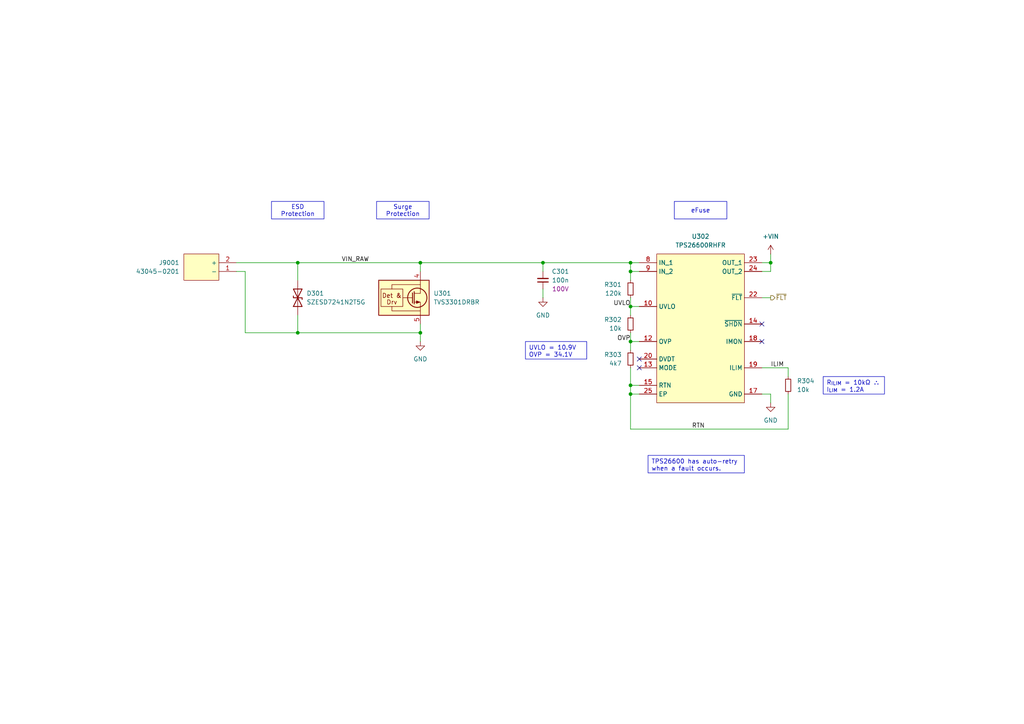
<source format=kicad_sch>
(kicad_sch
	(version 20250114)
	(generator "eeschema")
	(generator_version "9.0")
	(uuid "3b4596c9-f64a-459f-9ce4-736dc9097073")
	(paper "A4")
	(lib_symbols
		(symbol "DEV:C_SMALL"
			(pin_numbers
				(hide yes)
			)
			(pin_names
				(offset 0.254)
				(hide yes)
			)
			(exclude_from_sim no)
			(in_bom yes)
			(on_board yes)
			(property "Reference" "C"
				(at 0.254 1.778 0)
				(effects
					(font
						(size 1.27 1.27)
					)
					(justify left)
				)
			)
			(property "Value" "SMALL"
				(at 0.254 -2.032 0)
				(effects
					(font
						(size 1.27 1.27)
					)
					(justify left)
				)
			)
			(property "Footprint" ""
				(at 0 0 0)
				(effects
					(font
						(size 1.27 1.27)
					)
					(hide yes)
				)
			)
			(property "Datasheet" "~"
				(at 0 0 0)
				(effects
					(font
						(size 1.27 1.27)
					)
					(hide yes)
				)
			)
			(property "Description" "Unpolarized capacitor, small symbol"
				(at 0 0 0)
				(effects
					(font
						(size 1.27 1.27)
					)
					(hide yes)
				)
			)
			(property "ki_keywords" "capacitor cap"
				(at 0 0 0)
				(effects
					(font
						(size 1.27 1.27)
					)
					(hide yes)
				)
			)
			(property "ki_fp_filters" "C_*"
				(at 0 0 0)
				(effects
					(font
						(size 1.27 1.27)
					)
					(hide yes)
				)
			)
			(symbol "C_SMALL_0_1"
				(polyline
					(pts
						(xy -1.524 0.508) (xy 1.524 0.508)
					)
					(stroke
						(width 0.3048)
						(type default)
					)
					(fill
						(type none)
					)
				)
				(polyline
					(pts
						(xy -1.524 -0.508) (xy 1.524 -0.508)
					)
					(stroke
						(width 0.3302)
						(type default)
					)
					(fill
						(type none)
					)
				)
			)
			(symbol "C_SMALL_1_1"
				(pin passive line
					(at 0 2.54 270)
					(length 2.032)
					(name "~"
						(effects
							(font
								(size 1.27 1.27)
							)
						)
					)
					(number "1"
						(effects
							(font
								(size 1.27 1.27)
							)
						)
					)
				)
				(pin passive line
					(at 0 -2.54 90)
					(length 2.032)
					(name "~"
						(effects
							(font
								(size 1.27 1.27)
							)
						)
					)
					(number "2"
						(effects
							(font
								(size 1.27 1.27)
							)
						)
					)
				)
			)
			(embedded_fonts no)
		)
		(symbol "Device:R_Small"
			(pin_numbers
				(hide yes)
			)
			(pin_names
				(offset 0.254)
				(hide yes)
			)
			(exclude_from_sim no)
			(in_bom yes)
			(on_board yes)
			(property "Reference" "R"
				(at 0 0 90)
				(effects
					(font
						(size 1.016 1.016)
					)
				)
			)
			(property "Value" "R_Small"
				(at 1.778 0 90)
				(effects
					(font
						(size 1.27 1.27)
					)
				)
			)
			(property "Footprint" ""
				(at 0 0 0)
				(effects
					(font
						(size 1.27 1.27)
					)
					(hide yes)
				)
			)
			(property "Datasheet" "~"
				(at 0 0 0)
				(effects
					(font
						(size 1.27 1.27)
					)
					(hide yes)
				)
			)
			(property "Description" "Resistor, small symbol"
				(at 0 0 0)
				(effects
					(font
						(size 1.27 1.27)
					)
					(hide yes)
				)
			)
			(property "ki_keywords" "R resistor"
				(at 0 0 0)
				(effects
					(font
						(size 1.27 1.27)
					)
					(hide yes)
				)
			)
			(property "ki_fp_filters" "R_*"
				(at 0 0 0)
				(effects
					(font
						(size 1.27 1.27)
					)
					(hide yes)
				)
			)
			(symbol "R_Small_0_1"
				(rectangle
					(start -0.762 1.778)
					(end 0.762 -1.778)
					(stroke
						(width 0.2032)
						(type default)
					)
					(fill
						(type none)
					)
				)
			)
			(symbol "R_Small_1_1"
				(pin passive line
					(at 0 2.54 270)
					(length 0.762)
					(name "~"
						(effects
							(font
								(size 1.27 1.27)
							)
						)
					)
					(number "1"
						(effects
							(font
								(size 1.27 1.27)
							)
						)
					)
				)
				(pin passive line
					(at 0 -2.54 90)
					(length 0.762)
					(name "~"
						(effects
							(font
								(size 1.27 1.27)
							)
						)
					)
					(number "2"
						(effects
							(font
								(size 1.27 1.27)
							)
						)
					)
				)
			)
			(embedded_fonts no)
		)
		(symbol "MOLEX-Microfit:43045-0201"
			(exclude_from_sim no)
			(in_bom yes)
			(on_board yes)
			(property "Reference" "J"
				(at 0 5.08 0)
				(effects
					(font
						(size 1.27 1.27)
					)
				)
			)
			(property "Value" "43045-0201"
				(at 0 2.54 0)
				(effects
					(font
						(size 1.27 1.27)
					)
				)
			)
			(property "Footprint" "project_footprints:43045-02YY"
				(at -12.7 -12.7 0)
				(effects
					(font
						(size 1.27 1.27)
					)
					(justify left top)
					(hide yes)
				)
			)
			(property "Datasheet" "https://www.molex.com/pdm_docs/sd/430450200_sd.pdf"
				(at -27.94 -15.24 0)
				(effects
					(font
						(size 1.27 1.27)
					)
					(justify left top)
					(hide yes)
				)
			)
			(property "Description" "Micro-Fit 3.0 Right-Angle Header, 3.00mm Pitch, Dual Row, 2 Circuits, with Snap-in Plastic Peg PCB Lock"
				(at 0 -10.16 0)
				(effects
					(font
						(size 1.27 1.27)
					)
					(hide yes)
				)
			)
			(property "Height" "9.9"
				(at -2.54 -17.78 0)
				(effects
					(font
						(size 1.27 1.27)
					)
					(justify left top)
					(hide yes)
				)
			)
			(property "Mouser Part Number" "538-43045-0201"
				(at -7.62 -20.32 0)
				(effects
					(font
						(size 1.27 1.27)
					)
					(justify left top)
					(hide yes)
				)
			)
			(property "Mouser Price/Stock" "https://www.mouser.co.uk/ProductDetail/Molex/43045-0201?qs=R7%2FZKp6KZ2Y51sj1nic43g%3D%3D"
				(at -48.26 -22.86 0)
				(effects
					(font
						(size 1.27 1.27)
					)
					(justify left top)
					(hide yes)
				)
			)
			(property "Manufacturer_Name" "Molex"
				(at -2.54 -25.4 0)
				(effects
					(font
						(size 1.27 1.27)
					)
					(justify left top)
					(hide yes)
				)
			)
			(property "Manufacturer_Part_Number" "43045-0201"
				(at -5.08 -27.94 0)
				(effects
					(font
						(size 1.27 1.27)
					)
					(justify left top)
					(hide yes)
				)
			)
			(symbol "43045-0201_1_1"
				(rectangle
					(start -5.08 0)
					(end 5.08 -7.62)
					(stroke
						(width 0)
						(type solid)
					)
					(fill
						(type background)
					)
				)
				(pin passive line
					(at -10.16 -2.54 0)
					(length 5.08)
					(name "+"
						(effects
							(font
								(size 1.27 1.27)
							)
						)
					)
					(number "2"
						(effects
							(font
								(size 1.27 1.27)
							)
						)
					)
				)
				(pin passive line
					(at -10.16 -5.08 0)
					(length 5.08)
					(name "-"
						(effects
							(font
								(size 1.27 1.27)
							)
						)
					)
					(number "1"
						(effects
							(font
								(size 1.27 1.27)
							)
						)
					)
				)
			)
			(embedded_fonts no)
		)
		(symbol "PWR-SWCH:TPS26600RHFR"
			(exclude_from_sim no)
			(in_bom yes)
			(on_board yes)
			(property "Reference" "U"
				(at 0 5.08 0)
				(effects
					(font
						(size 1.27 1.27)
					)
				)
			)
			(property "Value" "TPS26600RHFR"
				(at 0 2.54 0)
				(effects
					(font
						(size 1.27 1.27)
					)
				)
			)
			(property "Footprint" "project_footprints:QFN50P400X500X100-25N-D"
				(at 26.67 -84.76 0)
				(effects
					(font
						(size 1.27 1.27)
					)
					(justify left top)
					(hide yes)
				)
			)
			(property "Datasheet" "http://www.ti.com/lit/gpn/tps2660"
				(at 26.67 -184.76 0)
				(effects
					(font
						(size 1.27 1.27)
					)
					(justify left top)
					(hide yes)
				)
			)
			(property "Description" "60V 2A Industrial eFuse With Integrated Reverse-Input Polarity Protection, Auto-retry"
				(at 0 -45.72 0)
				(effects
					(font
						(size 1.27 1.27)
					)
					(hide yes)
				)
			)
			(property "Height" "1"
				(at 26.67 -384.76 0)
				(effects
					(font
						(size 1.27 1.27)
					)
					(justify left top)
					(hide yes)
				)
			)
			(property "Mouser Part Number" "595-TPS26601RHFR"
				(at 26.67 -484.76 0)
				(effects
					(font
						(size 1.27 1.27)
					)
					(justify left top)
					(hide yes)
				)
			)
			(property "Mouser Price/Stock" "https://www.mouser.co.uk/ProductDetail/Texas-Instruments/TPS26601RHFR?qs=6BVwEky2YVyoesJQjfL0Lw%3D%3D"
				(at 26.67 -584.76 0)
				(effects
					(font
						(size 1.27 1.27)
					)
					(justify left top)
					(hide yes)
				)
			)
			(property "Manufacturer_Name" "Texas Instruments"
				(at 26.67 -684.76 0)
				(effects
					(font
						(size 1.27 1.27)
					)
					(justify left top)
					(hide yes)
				)
			)
			(property "Manufacturer_Part_Number" "TPS26601RHFR"
				(at 26.67 -784.76 0)
				(effects
					(font
						(size 1.27 1.27)
					)
					(justify left top)
					(hide yes)
				)
			)
			(symbol "TPS26600RHFR_1_1"
				(rectangle
					(start -12.7 0)
					(end 12.7 -43.18)
					(stroke
						(width 0)
						(type solid)
					)
					(fill
						(type background)
					)
				)
				(pin power_in line
					(at -17.78 -2.54 0)
					(length 5.08)
					(name "IN_1"
						(effects
							(font
								(size 1.27 1.27)
							)
						)
					)
					(number "8"
						(effects
							(font
								(size 1.27 1.27)
							)
						)
					)
				)
				(pin power_in line
					(at -17.78 -5.08 0)
					(length 5.08)
					(name "IN_2"
						(effects
							(font
								(size 1.27 1.27)
							)
						)
					)
					(number "9"
						(effects
							(font
								(size 1.27 1.27)
							)
						)
					)
				)
				(pin no_connect line
					(at -17.78 -7.62 0)
					(length 5.08)
					(hide yes)
					(name "NC"
						(effects
							(font
								(size 1.27 1.27)
							)
						)
					)
					(number "1"
						(effects
							(font
								(size 1.27 1.27)
							)
						)
					)
				)
				(pin no_connect line
					(at -17.78 -10.16 0)
					(length 5.08)
					(hide yes)
					(name "NC"
						(effects
							(font
								(size 1.27 1.27)
							)
						)
					)
					(number "2"
						(effects
							(font
								(size 1.27 1.27)
							)
						)
					)
				)
				(pin no_connect line
					(at -17.78 -12.7 0)
					(length 5.08)
					(hide yes)
					(name "NC"
						(effects
							(font
								(size 1.27 1.27)
							)
						)
					)
					(number "3"
						(effects
							(font
								(size 1.27 1.27)
							)
						)
					)
				)
				(pin input line
					(at -17.78 -15.24 0)
					(length 5.08)
					(name "UVLO"
						(effects
							(font
								(size 1.27 1.27)
							)
						)
					)
					(number "10"
						(effects
							(font
								(size 1.27 1.27)
							)
						)
					)
				)
				(pin no_connect line
					(at -17.78 -17.78 0)
					(length 5.08)
					(hide yes)
					(name "NC"
						(effects
							(font
								(size 1.27 1.27)
							)
						)
					)
					(number "4"
						(effects
							(font
								(size 1.27 1.27)
							)
						)
					)
				)
				(pin no_connect line
					(at -17.78 -20.32 0)
					(length 5.08)
					(hide yes)
					(name "NC"
						(effects
							(font
								(size 1.27 1.27)
							)
						)
					)
					(number "5"
						(effects
							(font
								(size 1.27 1.27)
							)
						)
					)
				)
				(pin no_connect line
					(at -17.78 -22.86 0)
					(length 5.08)
					(hide yes)
					(name "NC"
						(effects
							(font
								(size 1.27 1.27)
							)
						)
					)
					(number "6"
						(effects
							(font
								(size 1.27 1.27)
							)
						)
					)
				)
				(pin input line
					(at -17.78 -25.4 0)
					(length 5.08)
					(name "OVP"
						(effects
							(font
								(size 1.27 1.27)
							)
						)
					)
					(number "12"
						(effects
							(font
								(size 1.27 1.27)
							)
						)
					)
				)
				(pin no_connect line
					(at -17.78 -27.94 0)
					(length 5.08)
					(hide yes)
					(name "NC"
						(effects
							(font
								(size 1.27 1.27)
							)
						)
					)
					(number "7"
						(effects
							(font
								(size 1.27 1.27)
							)
						)
					)
				)
				(pin bidirectional line
					(at -17.78 -30.48 0)
					(length 5.08)
					(name "DVDT"
						(effects
							(font
								(size 1.27 1.27)
							)
						)
					)
					(number "20"
						(effects
							(font
								(size 1.27 1.27)
							)
						)
					)
				)
				(pin input line
					(at -17.78 -33.02 0)
					(length 5.08)
					(name "MODE"
						(effects
							(font
								(size 1.27 1.27)
							)
						)
					)
					(number "13"
						(effects
							(font
								(size 1.27 1.27)
							)
						)
					)
				)
				(pin no_connect line
					(at -17.78 -35.56 0)
					(length 5.08)
					(hide yes)
					(name "NC"
						(effects
							(font
								(size 1.27 1.27)
							)
						)
					)
					(number "11"
						(effects
							(font
								(size 1.27 1.27)
							)
						)
					)
				)
				(pin passive line
					(at -17.78 -38.1 0)
					(length 5.08)
					(name "RTN"
						(effects
							(font
								(size 1.27 1.27)
							)
						)
					)
					(number "15"
						(effects
							(font
								(size 1.27 1.27)
							)
						)
					)
				)
				(pin passive line
					(at -17.78 -40.64 0)
					(length 5.08)
					(name "EP"
						(effects
							(font
								(size 1.27 1.27)
							)
						)
					)
					(number "25"
						(effects
							(font
								(size 1.27 1.27)
							)
						)
					)
				)
				(pin power_out line
					(at 17.78 -2.54 180)
					(length 5.08)
					(name "OUT_1"
						(effects
							(font
								(size 1.27 1.27)
							)
						)
					)
					(number "23"
						(effects
							(font
								(size 1.27 1.27)
							)
						)
					)
				)
				(pin passive line
					(at 17.78 -5.08 180)
					(length 5.08)
					(name "OUT_2"
						(effects
							(font
								(size 1.27 1.27)
							)
						)
					)
					(number "24"
						(effects
							(font
								(size 1.27 1.27)
							)
						)
					)
				)
				(pin no_connect line
					(at 17.78 -10.16 180)
					(length 5.08)
					(hide yes)
					(name "NC"
						(effects
							(font
								(size 1.27 1.27)
							)
						)
					)
					(number "21"
						(effects
							(font
								(size 1.27 1.27)
							)
						)
					)
				)
				(pin output line
					(at 17.78 -12.7 180)
					(length 5.08)
					(name "~{FLT}"
						(effects
							(font
								(size 1.27 1.27)
							)
						)
					)
					(number "22"
						(effects
							(font
								(size 1.27 1.27)
							)
						)
					)
				)
				(pin input line
					(at 17.78 -20.32 180)
					(length 5.08)
					(name "~{SHDN}"
						(effects
							(font
								(size 1.27 1.27)
							)
						)
					)
					(number "14"
						(effects
							(font
								(size 1.27 1.27)
							)
						)
					)
				)
				(pin output line
					(at 17.78 -25.4 180)
					(length 5.08)
					(name "IMON"
						(effects
							(font
								(size 1.27 1.27)
							)
						)
					)
					(number "18"
						(effects
							(font
								(size 1.27 1.27)
							)
						)
					)
				)
				(pin bidirectional line
					(at 17.78 -33.02 180)
					(length 5.08)
					(name "ILIM"
						(effects
							(font
								(size 1.27 1.27)
							)
						)
					)
					(number "19"
						(effects
							(font
								(size 1.27 1.27)
							)
						)
					)
				)
				(pin no_connect line
					(at 17.78 -38.1 180)
					(length 5.08)
					(hide yes)
					(name "NC"
						(effects
							(font
								(size 1.27 1.27)
							)
						)
					)
					(number "16"
						(effects
							(font
								(size 1.27 1.27)
							)
						)
					)
				)
				(pin passive line
					(at 17.78 -40.64 180)
					(length 5.08)
					(name "GND"
						(effects
							(font
								(size 1.27 1.27)
							)
						)
					)
					(number "17"
						(effects
							(font
								(size 1.27 1.27)
							)
						)
					)
				)
			)
			(embedded_fonts no)
		)
		(symbol "PWR-SYM:+VIN"
			(power)
			(pin_numbers
				(hide yes)
			)
			(pin_names
				(offset 0)
				(hide yes)
			)
			(exclude_from_sim no)
			(in_bom yes)
			(on_board yes)
			(property "Reference" "#PWR"
				(at 0 -3.81 0)
				(effects
					(font
						(size 1.27 1.27)
					)
					(hide yes)
				)
			)
			(property "Value" "+VIN"
				(at 0 3.556 0)
				(effects
					(font
						(size 1.27 1.27)
					)
				)
			)
			(property "Footprint" ""
				(at 0 0 0)
				(effects
					(font
						(size 1.27 1.27)
					)
					(hide yes)
				)
			)
			(property "Datasheet" ""
				(at 0 0 0)
				(effects
					(font
						(size 1.27 1.27)
					)
					(hide yes)
				)
			)
			(property "Description" "Power symbol creates a global label with name \"+VIN\""
				(at 0 0 0)
				(effects
					(font
						(size 1.27 1.27)
					)
					(hide yes)
				)
			)
			(property "ki_keywords" "global power"
				(at 0 0 0)
				(effects
					(font
						(size 1.27 1.27)
					)
					(hide yes)
				)
			)
			(symbol "+VIN_0_1"
				(polyline
					(pts
						(xy -0.762 1.27) (xy 0 2.54)
					)
					(stroke
						(width 0)
						(type default)
					)
					(fill
						(type none)
					)
				)
				(polyline
					(pts
						(xy 0 2.54) (xy 0.762 1.27)
					)
					(stroke
						(width 0)
						(type default)
					)
					(fill
						(type none)
					)
				)
				(polyline
					(pts
						(xy 0 0) (xy 0 2.54)
					)
					(stroke
						(width 0)
						(type default)
					)
					(fill
						(type none)
					)
				)
			)
			(symbol "+VIN_1_1"
				(pin power_in line
					(at 0 0 90)
					(length 0)
					(name "~"
						(effects
							(font
								(size 1.27 1.27)
							)
						)
					)
					(number "1"
						(effects
							(font
								(size 1.27 1.27)
							)
						)
					)
				)
			)
			(embedded_fonts no)
		)
		(symbol "SURGE:TVS3301DRBR"
			(pin_names
				(hide yes)
			)
			(exclude_from_sim no)
			(in_bom yes)
			(on_board yes)
			(property "Reference" "U"
				(at 17.78 -2.54 0)
				(effects
					(font
						(size 1.27 1.27)
					)
				)
			)
			(property "Value" "TVS3301DRBR"
				(at 17.78 -5.08 0)
				(effects
					(font
						(size 1.27 1.27)
					)
				)
			)
			(property "Footprint" "project_footprints:SON65P300X300X100-9N-D"
				(at 26.67 -94.92 0)
				(effects
					(font
						(size 1.27 1.27)
					)
					(justify left top)
					(hide yes)
				)
			)
			(property "Datasheet" "https://www.ti.com/lit/ds/symlink/tvs3301.pdf"
				(at 26.67 -194.92 0)
				(effects
					(font
						(size 1.27 1.27)
					)
					(justify left top)
					(hide yes)
				)
			)
			(property "Description" "ESD Suppressors / TVS Diodes BIDIRECTIONAL PRECISION SURGE DIODES"
				(at 0 -40.64 0)
				(effects
					(font
						(size 1.27 1.27)
					)
					(hide yes)
				)
			)
			(symbol "TVS3301DRBR_0_0"
				(rectangle
					(start -6.35 -2.54)
					(end 0 -7.62)
					(stroke
						(width 0)
						(type default)
					)
					(fill
						(type none)
					)
				)
				(polyline
					(pts
						(xy -3.175 -2.54) (xy -3.175 -1.27) (xy 5.08 -1.27)
					)
					(stroke
						(width 0)
						(type default)
					)
					(fill
						(type none)
					)
				)
				(polyline
					(pts
						(xy -3.175 -7.62) (xy -3.175 -8.89) (xy 5.08 -8.89)
					)
					(stroke
						(width 0)
						(type default)
					)
					(fill
						(type none)
					)
				)
				(polyline
					(pts
						(xy 5.08 -3.81) (xy 3.302 -3.81)
					)
					(stroke
						(width 0)
						(type default)
					)
					(fill
						(type none)
					)
				)
				(text "Det &"
					(at -3.175 -4.445 0)
					(effects
						(font
							(size 1.27 1.27)
						)
					)
				)
				(text "Drv"
					(at -3.175 -6.35 0)
					(effects
						(font
							(size 1.27 1.27)
						)
					)
				)
			)
			(symbol "TVS3301DRBR_0_1"
				(rectangle
					(start -6.985 0)
					(end 7.62 -10.16)
					(stroke
						(width 0.254)
						(type default)
					)
					(fill
						(type background)
					)
				)
				(polyline
					(pts
						(xy 2.794 -3.683) (xy 2.794 -6.604)
					)
					(stroke
						(width 0.254)
						(type default)
					)
					(fill
						(type none)
					)
				)
				(polyline
					(pts
						(xy 2.794 -5.08) (xy 0 -5.08)
					)
					(stroke
						(width 0)
						(type default)
					)
					(fill
						(type none)
					)
				)
				(polyline
					(pts
						(xy 3.302 -3.302) (xy 3.302 -6.858)
					)
					(stroke
						(width 0.254)
						(type default)
					)
					(fill
						(type none)
					)
				)
				(circle
					(center 4.191 -5.08)
					(radius 2.794)
					(stroke
						(width 0.254)
						(type default)
					)
					(fill
						(type none)
					)
				)
				(polyline
					(pts
						(xy 4.953 -6.35) (xy 3.937 -6.731) (xy 3.937 -5.969) (xy 4.953 -6.35)
					)
					(stroke
						(width 0)
						(type default)
					)
					(fill
						(type outline)
					)
				)
				(polyline
					(pts
						(xy 5.08 0) (xy 5.08 -2.54)
					)
					(stroke
						(width 0)
						(type default)
					)
					(fill
						(type none)
					)
				)
				(polyline
					(pts
						(xy 5.08 -2.54) (xy 5.08 -3.81)
					)
					(stroke
						(width 0)
						(type default)
					)
					(fill
						(type none)
					)
				)
				(polyline
					(pts
						(xy 5.08 -7.62) (xy 5.08 -10.16)
					)
					(stroke
						(width 0)
						(type default)
					)
					(fill
						(type none)
					)
				)
				(polyline
					(pts
						(xy 5.08 -7.62) (xy 5.08 -6.35) (xy 3.302 -6.35)
					)
					(stroke
						(width 0)
						(type default)
					)
					(fill
						(type none)
					)
				)
			)
			(symbol "TVS3301DRBR_1_1"
				(pin input line
					(at 5.08 2.54 270)
					(length 2.54)
					(hide yes)
					(name "IN"
						(effects
							(font
								(size 1.27 1.27)
							)
						)
					)
					(number "1"
						(effects
							(font
								(size 1.27 1.27)
							)
						)
					)
				)
				(pin input line
					(at 5.08 2.54 270)
					(length 2.54)
					(hide yes)
					(name "IN"
						(effects
							(font
								(size 1.27 1.27)
							)
						)
					)
					(number "2"
						(effects
							(font
								(size 1.27 1.27)
							)
						)
					)
				)
				(pin input line
					(at 5.08 2.54 270)
					(length 2.54)
					(hide yes)
					(name "IN"
						(effects
							(font
								(size 1.27 1.27)
							)
						)
					)
					(number "3"
						(effects
							(font
								(size 1.27 1.27)
							)
						)
					)
				)
				(pin input line
					(at 5.08 2.54 270)
					(length 2.54)
					(name "IN"
						(effects
							(font
								(size 1.27 1.27)
							)
						)
					)
					(number "4"
						(effects
							(font
								(size 1.27 1.27)
							)
						)
					)
				)
				(pin power_in line
					(at 5.08 -12.7 90)
					(length 2.54)
					(name "GND"
						(effects
							(font
								(size 1.27 1.27)
							)
						)
					)
					(number "5"
						(effects
							(font
								(size 1.27 1.27)
							)
						)
					)
				)
				(pin passive line
					(at 5.08 -12.7 90)
					(length 2.54)
					(hide yes)
					(name "GND"
						(effects
							(font
								(size 1.27 1.27)
							)
						)
					)
					(number "6"
						(effects
							(font
								(size 1.27 1.27)
							)
						)
					)
				)
				(pin passive line
					(at 5.08 -12.7 90)
					(length 2.54)
					(hide yes)
					(name "GND"
						(effects
							(font
								(size 1.27 1.27)
							)
						)
					)
					(number "7"
						(effects
							(font
								(size 1.27 1.27)
							)
						)
					)
				)
				(pin passive line
					(at 5.08 -12.7 90)
					(length 2.54)
					(hide yes)
					(name "GND"
						(effects
							(font
								(size 1.27 1.27)
							)
						)
					)
					(number "8"
						(effects
							(font
								(size 1.27 1.27)
							)
						)
					)
				)
				(pin no_connect line
					(at 10.16 -5.08 180)
					(length 2.54)
					(hide yes)
					(name "NC"
						(effects
							(font
								(size 1.27 1.27)
							)
						)
					)
					(number "9"
						(effects
							(font
								(size 1.27 1.27)
							)
						)
					)
				)
			)
			(embedded_fonts no)
		)
		(symbol "TVS:SZESD7241N2T5G"
			(pin_numbers
				(hide yes)
			)
			(pin_names
				(hide yes)
			)
			(exclude_from_sim no)
			(in_bom yes)
			(on_board yes)
			(property "Reference" "D"
				(at 0 6.35 0)
				(effects
					(font
						(size 1.27 1.27)
					)
				)
			)
			(property "Value" "SZESD7241N2T5G"
				(at 0 3.81 0)
				(effects
					(font
						(size 1.27 1.27)
					)
				)
			)
			(property "Footprint" "project_footprints:SZESD7462N2T5G"
				(at -16.51 -7.62 0)
				(effects
					(font
						(size 1.27 1.27)
					)
					(justify left bottom)
					(hide yes)
				)
			)
			(property "Datasheet" "https://www.onsemi.com/pub/Collateral/ESD7241-D.PDF"
				(at -29.21 -10.16 0)
				(effects
					(font
						(size 1.27 1.27)
					)
					(justify left bottom)
					(hide yes)
				)
			)
			(property "Description" "SZESD7241MXWT5G Wettable Flank Package; SZ Prefix for Automotive and Other Applications Requiring Unique Site and Control Change Requirements; AECQ101 Qualified and PPAP CapableSZ Prefix for Automotive and Other Applications Requiring Unique Site and Control Change Requirements; AECQ101 Qualified and PPAP Capable; Ultra-Low Capacitance: < 1.0pF Max; Low Leakage: < 0.5uA; IEC61000-4-2 (ESD): Level 4 +/-28kV Contact; IEC61000-4-4 (EFT): 40A - 5/50ns; IEC61000-4-5 (Lightning): 1A - 8/20us; These Devices are Pb"
				(at 0 -3.81 0)
				(effects
					(font
						(size 1.27 1.27)
					)
					(hide yes)
				)
			)
			(property "Height" "0.4"
				(at -1.27 -12.7 0)
				(effects
					(font
						(size 1.27 1.27)
					)
					(justify left bottom)
					(hide yes)
				)
			)
			(property "Mouser Part Number" "863-SZESD7241N2T5G"
				(at -11.43 -15.24 0)
				(effects
					(font
						(size 1.27 1.27)
					)
					(justify left bottom)
					(hide yes)
				)
			)
			(property "Mouser Price/Stock" "https://www.mouser.co.uk/ProductDetail/onsemi/SZESD7241N2T5G?qs=z6PAvqrnkvSq0oMCl81g4Q%3D%3D"
				(at -49.53 -17.78 0)
				(effects
					(font
						(size 1.27 1.27)
					)
					(justify left bottom)
					(hide yes)
				)
			)
			(property "Manufacturer_Name" "onsemi"
				(at -3.81 -20.32 0)
				(effects
					(font
						(size 1.27 1.27)
					)
					(justify left bottom)
					(hide yes)
				)
			)
			(property "Manufacturer_Part_Number" "SZESD7241N2T5G"
				(at -8.89 -22.86 0)
				(effects
					(font
						(size 1.27 1.27)
					)
					(justify left bottom)
					(hide yes)
				)
			)
			(symbol "SZESD7241N2T5G_0_1"
				(polyline
					(pts
						(xy -2.54 1.27) (xy -2.54 -1.27) (xy 2.54 1.27) (xy 2.54 -1.27) (xy -2.54 1.27)
					)
					(stroke
						(width 0.254)
						(type default)
					)
					(fill
						(type none)
					)
				)
				(polyline
					(pts
						(xy 0.508 1.27) (xy 0 1.27) (xy 0 -1.27) (xy -0.508 -1.27)
					)
					(stroke
						(width 0.254)
						(type default)
					)
					(fill
						(type none)
					)
				)
				(polyline
					(pts
						(xy 1.27 0) (xy -1.27 0)
					)
					(stroke
						(width 0)
						(type default)
					)
					(fill
						(type none)
					)
				)
			)
			(symbol "SZESD7241N2T5G_1_1"
				(pin passive line
					(at -5.08 0 0)
					(length 3.81)
					(name "A1"
						(effects
							(font
								(size 1.27 1.27)
							)
						)
					)
					(number "1"
						(effects
							(font
								(size 1.27 1.27)
							)
						)
					)
				)
				(pin passive line
					(at 5.08 0 180)
					(length 3.81)
					(name "A2"
						(effects
							(font
								(size 1.27 1.27)
							)
						)
					)
					(number "2"
						(effects
							(font
								(size 1.27 1.27)
							)
						)
					)
				)
			)
			(embedded_fonts no)
		)
		(symbol "power:GND"
			(power)
			(pin_numbers
				(hide yes)
			)
			(pin_names
				(offset 0)
				(hide yes)
			)
			(exclude_from_sim no)
			(in_bom yes)
			(on_board yes)
			(property "Reference" "#PWR"
				(at 0 -6.35 0)
				(effects
					(font
						(size 1.27 1.27)
					)
					(hide yes)
				)
			)
			(property "Value" "GND"
				(at 0 -3.81 0)
				(effects
					(font
						(size 1.27 1.27)
					)
				)
			)
			(property "Footprint" ""
				(at 0 0 0)
				(effects
					(font
						(size 1.27 1.27)
					)
					(hide yes)
				)
			)
			(property "Datasheet" ""
				(at 0 0 0)
				(effects
					(font
						(size 1.27 1.27)
					)
					(hide yes)
				)
			)
			(property "Description" "Power symbol creates a global label with name \"GND\" , ground"
				(at 0 0 0)
				(effects
					(font
						(size 1.27 1.27)
					)
					(hide yes)
				)
			)
			(property "ki_keywords" "global power"
				(at 0 0 0)
				(effects
					(font
						(size 1.27 1.27)
					)
					(hide yes)
				)
			)
			(symbol "GND_0_1"
				(polyline
					(pts
						(xy 0 0) (xy 0 -1.27) (xy 1.27 -1.27) (xy 0 -2.54) (xy -1.27 -1.27) (xy 0 -1.27)
					)
					(stroke
						(width 0)
						(type default)
					)
					(fill
						(type none)
					)
				)
			)
			(symbol "GND_1_1"
				(pin power_in line
					(at 0 0 270)
					(length 0)
					(name "~"
						(effects
							(font
								(size 1.27 1.27)
							)
						)
					)
					(number "1"
						(effects
							(font
								(size 1.27 1.27)
							)
						)
					)
				)
			)
			(embedded_fonts no)
		)
	)
	(text_box "Surge Protection"
		(exclude_from_sim no)
		(at 109.22 58.42 0)
		(size 15.24 5.08)
		(margins 0.9525 0.9525 0.9525 0.9525)
		(stroke
			(width 0)
			(type solid)
		)
		(fill
			(type none)
		)
		(effects
			(font
				(size 1.27 1.27)
			)
		)
		(uuid "23588421-41a2-41df-95ad-8fcf1a3f6aaf")
	)
	(text_box "eFuse"
		(exclude_from_sim no)
		(at 195.58 58.42 0)
		(size 15.24 5.08)
		(margins 0.9525 0.9525 0.9525 0.9525)
		(stroke
			(width 0)
			(type solid)
		)
		(fill
			(type none)
		)
		(effects
			(font
				(size 1.27 1.27)
			)
		)
		(uuid "278aa584-755f-41f2-8b99-d2f0e3d76fd8")
	)
	(text_box "UVLO = 10.9V\nOVP = 34.1V"
		(exclude_from_sim no)
		(at 152.4 99.06 0)
		(size 17.78 5.08)
		(margins 0.9525 0.9525 0.9525 0.9525)
		(stroke
			(width 0)
			(type solid)
		)
		(fill
			(type none)
		)
		(effects
			(font
				(size 1.27 1.27)
			)
			(justify left top)
		)
		(uuid "901f3d96-2859-48c1-aba9-add867823595")
	)
	(text_box "R_{ILIM} = 10kΩ ∴ I_{LIM} = 1.2A"
		(exclude_from_sim no)
		(at 238.76 109.22 0)
		(size 17.78 5.08)
		(margins 0.9525 0.9525 0.9525 0.9525)
		(stroke
			(width 0)
			(type solid)
		)
		(fill
			(type none)
		)
		(effects
			(font
				(size 1.27 1.27)
			)
			(justify left top)
		)
		(uuid "b09d123a-5058-41de-8809-71898b04e3d4")
	)
	(text_box "TPS26600 has auto-retry when a fault occurs."
		(exclude_from_sim no)
		(at 187.96 132.08 0)
		(size 27.94 5.08)
		(margins 0.9525 0.9525 0.9525 0.9525)
		(stroke
			(width 0)
			(type solid)
		)
		(fill
			(type none)
		)
		(effects
			(font
				(size 1.27 1.27)
			)
			(justify left top)
		)
		(uuid "db981908-ec5c-45d0-a339-a8bf678b98bf")
	)
	(text_box "ESD Protection"
		(exclude_from_sim no)
		(at 78.74 58.42 0)
		(size 15.24 5.08)
		(margins 0.9525 0.9525 0.9525 0.9525)
		(stroke
			(width 0)
			(type solid)
		)
		(fill
			(type none)
		)
		(effects
			(font
				(size 1.27 1.27)
			)
		)
		(uuid "e6bd1095-4e33-4103-a842-2da9218fa9f6")
	)
	(junction
		(at 86.36 76.2)
		(diameter 0)
		(color 0 0 0 0)
		(uuid "05792091-6162-4312-8d82-db8b21410ead")
	)
	(junction
		(at 223.52 76.2)
		(diameter 0)
		(color 0 0 0 0)
		(uuid "1b4a8a83-d69c-49de-83e7-48c951fcbdcb")
	)
	(junction
		(at 182.88 114.3)
		(diameter 0)
		(color 0 0 0 0)
		(uuid "43e5c22b-b258-400f-8529-57e5e1ddfec2")
	)
	(junction
		(at 182.88 99.06)
		(diameter 0)
		(color 0 0 0 0)
		(uuid "558a22e3-a973-4b64-b927-f8cb9a7eb186")
	)
	(junction
		(at 182.88 78.74)
		(diameter 0)
		(color 0 0 0 0)
		(uuid "6e09f5f7-2657-4490-a058-52ed8fc15536")
	)
	(junction
		(at 182.88 88.9)
		(diameter 0)
		(color 0 0 0 0)
		(uuid "773bb2bb-f62a-4fa6-b95f-56a0adbc7f5c")
	)
	(junction
		(at 182.88 76.2)
		(diameter 0)
		(color 0 0 0 0)
		(uuid "84e63020-7bdf-4962-a40e-d81cfc8be341")
	)
	(junction
		(at 182.88 111.76)
		(diameter 0)
		(color 0 0 0 0)
		(uuid "8706f838-658e-4aad-a1f1-420d28ce5f61")
	)
	(junction
		(at 121.92 96.52)
		(diameter 0)
		(color 0 0 0 0)
		(uuid "98dbb327-f3bd-4944-9b5f-f24fb383cfee")
	)
	(junction
		(at 121.92 76.2)
		(diameter 0)
		(color 0 0 0 0)
		(uuid "d14e2409-8eb4-4628-b1eb-039335eafd0f")
	)
	(junction
		(at 157.48 76.2)
		(diameter 0)
		(color 0 0 0 0)
		(uuid "d6bbdd7f-c01d-494e-8765-47a50c24691a")
	)
	(junction
		(at 86.36 96.52)
		(diameter 0)
		(color 0 0 0 0)
		(uuid "ee80f379-1655-43eb-a7b9-8cf410aac690")
	)
	(no_connect
		(at 185.42 104.14)
		(uuid "55cc1822-cd6c-41a6-b6d2-88271c1bbed4")
	)
	(no_connect
		(at 220.98 99.06)
		(uuid "614c7b39-c042-451e-8e8a-feb62f38f2d3")
	)
	(no_connect
		(at 220.98 93.98)
		(uuid "9863ee57-ab67-4d60-a51e-89396467f6a6")
	)
	(no_connect
		(at 185.42 106.68)
		(uuid "fe4e4f0a-1481-4afa-b0c6-d4e17bcac305")
	)
	(wire
		(pts
			(xy 71.12 96.52) (xy 86.36 96.52)
		)
		(stroke
			(width 0)
			(type default)
		)
		(uuid "00030ada-ea21-49eb-b261-77f2b3cc6ede")
	)
	(wire
		(pts
			(xy 182.88 88.9) (xy 182.88 91.44)
		)
		(stroke
			(width 0)
			(type default)
		)
		(uuid "0583ff60-81c2-48c5-b778-db8ac1ffb631")
	)
	(wire
		(pts
			(xy 182.88 114.3) (xy 182.88 111.76)
		)
		(stroke
			(width 0)
			(type default)
		)
		(uuid "0848adf1-8d4a-4caf-9a05-34933cabe6be")
	)
	(wire
		(pts
			(xy 86.36 96.52) (xy 86.36 91.44)
		)
		(stroke
			(width 0)
			(type default)
		)
		(uuid "0c4a3e85-29bb-44e0-95cf-e50292d8b289")
	)
	(wire
		(pts
			(xy 121.92 96.52) (xy 121.92 99.06)
		)
		(stroke
			(width 0)
			(type default)
		)
		(uuid "11789338-d9c6-493d-ae06-e41767e6660a")
	)
	(wire
		(pts
			(xy 228.6 124.46) (xy 182.88 124.46)
		)
		(stroke
			(width 0)
			(type default)
		)
		(uuid "1e233a86-5b93-4791-bd82-2877b8867024")
	)
	(wire
		(pts
			(xy 182.88 99.06) (xy 182.88 101.6)
		)
		(stroke
			(width 0)
			(type default)
		)
		(uuid "229b2d58-9594-4b47-8f2c-a9befe2035cb")
	)
	(wire
		(pts
			(xy 228.6 114.3) (xy 228.6 124.46)
		)
		(stroke
			(width 0)
			(type default)
		)
		(uuid "23587a79-e374-49f1-8c39-247e92ff6de9")
	)
	(wire
		(pts
			(xy 182.88 78.74) (xy 182.88 81.28)
		)
		(stroke
			(width 0)
			(type default)
		)
		(uuid "2416218f-8410-4922-8c6f-ff3d5f9e46de")
	)
	(wire
		(pts
			(xy 157.48 78.74) (xy 157.48 76.2)
		)
		(stroke
			(width 0)
			(type default)
		)
		(uuid "3683683b-b782-4253-8e00-a634649fa2bf")
	)
	(wire
		(pts
			(xy 220.98 76.2) (xy 223.52 76.2)
		)
		(stroke
			(width 0)
			(type default)
		)
		(uuid "3e7b7d05-a8af-4d4d-b929-16002f9eb5e7")
	)
	(wire
		(pts
			(xy 223.52 73.66) (xy 223.52 76.2)
		)
		(stroke
			(width 0)
			(type default)
		)
		(uuid "3f4b2274-fde1-46eb-8d33-6a42141de20f")
	)
	(wire
		(pts
			(xy 220.98 114.3) (xy 223.52 114.3)
		)
		(stroke
			(width 0)
			(type default)
		)
		(uuid "4215d302-adf1-4461-9ed9-79cf687fa08c")
	)
	(wire
		(pts
			(xy 220.98 78.74) (xy 223.52 78.74)
		)
		(stroke
			(width 0)
			(type default)
		)
		(uuid "48c9a137-f935-47b3-ad35-7195aa6b40a1")
	)
	(wire
		(pts
			(xy 182.88 76.2) (xy 182.88 78.74)
		)
		(stroke
			(width 0)
			(type default)
		)
		(uuid "4e51975a-4127-4ce7-ad57-621f400bc157")
	)
	(wire
		(pts
			(xy 223.52 114.3) (xy 223.52 116.84)
		)
		(stroke
			(width 0)
			(type default)
		)
		(uuid "5066416e-f06c-4dde-a425-c14d2c9cc715")
	)
	(wire
		(pts
			(xy 220.98 106.68) (xy 228.6 106.68)
		)
		(stroke
			(width 0)
			(type default)
		)
		(uuid "556f02be-ee24-4570-af5b-c19d228949eb")
	)
	(wire
		(pts
			(xy 182.88 76.2) (xy 185.42 76.2)
		)
		(stroke
			(width 0)
			(type default)
		)
		(uuid "5f86fa49-ccc9-4619-aacd-5bb3c3eff8d3")
	)
	(wire
		(pts
			(xy 68.58 76.2) (xy 86.36 76.2)
		)
		(stroke
			(width 0)
			(type default)
		)
		(uuid "65be4ecd-e03d-44f0-ad66-ad90e9aae140")
	)
	(wire
		(pts
			(xy 228.6 109.22) (xy 228.6 106.68)
		)
		(stroke
			(width 0)
			(type default)
		)
		(uuid "7a420a5d-5926-488d-a654-d353376a119f")
	)
	(wire
		(pts
			(xy 182.88 106.68) (xy 182.88 111.76)
		)
		(stroke
			(width 0)
			(type default)
		)
		(uuid "7ec643d1-147f-4b5d-adb1-f0378ea8fb5d")
	)
	(wire
		(pts
			(xy 182.88 96.52) (xy 182.88 99.06)
		)
		(stroke
			(width 0)
			(type default)
		)
		(uuid "7fe6a22f-1fba-4477-ba13-d8a9bab6633c")
	)
	(wire
		(pts
			(xy 185.42 88.9) (xy 182.88 88.9)
		)
		(stroke
			(width 0)
			(type default)
		)
		(uuid "800702f4-c376-4e96-a9e5-c7767cbaad31")
	)
	(wire
		(pts
			(xy 185.42 111.76) (xy 182.88 111.76)
		)
		(stroke
			(width 0)
			(type default)
		)
		(uuid "87d518d2-42e7-447e-bdfe-8c64c3693597")
	)
	(wire
		(pts
			(xy 86.36 81.28) (xy 86.36 76.2)
		)
		(stroke
			(width 0)
			(type default)
		)
		(uuid "887236ab-b5d6-4ef8-965d-db02dace4e27")
	)
	(wire
		(pts
			(xy 220.98 86.36) (xy 223.52 86.36)
		)
		(stroke
			(width 0)
			(type default)
		)
		(uuid "92f5b051-82d3-4ed0-86dc-88b14c1a3229")
	)
	(wire
		(pts
			(xy 68.58 78.74) (xy 71.12 78.74)
		)
		(stroke
			(width 0)
			(type default)
		)
		(uuid "94b63a08-8003-4350-b575-ed8e70206c31")
	)
	(wire
		(pts
			(xy 223.52 76.2) (xy 223.52 78.74)
		)
		(stroke
			(width 0)
			(type default)
		)
		(uuid "978f88b9-203c-477c-a732-3e3cfe0fc5f7")
	)
	(wire
		(pts
			(xy 86.36 96.52) (xy 121.92 96.52)
		)
		(stroke
			(width 0)
			(type default)
		)
		(uuid "a195b020-9b74-4789-a5ea-6713b10dd919")
	)
	(wire
		(pts
			(xy 121.92 93.98) (xy 121.92 96.52)
		)
		(stroke
			(width 0)
			(type default)
		)
		(uuid "a656b4f6-cbc4-4c2a-a899-5ad5c510738c")
	)
	(wire
		(pts
			(xy 157.48 76.2) (xy 182.88 76.2)
		)
		(stroke
			(width 0)
			(type default)
		)
		(uuid "afed3b59-a249-45e9-9aa4-d20d2f01397b")
	)
	(wire
		(pts
			(xy 182.88 124.46) (xy 182.88 114.3)
		)
		(stroke
			(width 0)
			(type default)
		)
		(uuid "b0d711d0-5d65-4258-9317-779fb507fd46")
	)
	(wire
		(pts
			(xy 182.88 99.06) (xy 185.42 99.06)
		)
		(stroke
			(width 0)
			(type default)
		)
		(uuid "b1693241-43e3-469b-a7b7-7696f135736c")
	)
	(wire
		(pts
			(xy 182.88 86.36) (xy 182.88 88.9)
		)
		(stroke
			(width 0)
			(type default)
		)
		(uuid "bbb82d65-ea8a-478f-b3a9-e1203463c1d4")
	)
	(wire
		(pts
			(xy 157.48 83.82) (xy 157.48 86.36)
		)
		(stroke
			(width 0)
			(type default)
		)
		(uuid "d4c26e7f-c83a-42c7-954b-3b916a192952")
	)
	(wire
		(pts
			(xy 182.88 114.3) (xy 185.42 114.3)
		)
		(stroke
			(width 0)
			(type default)
		)
		(uuid "ea9d374a-6a38-4251-b8c0-3dd902ecf5f9")
	)
	(wire
		(pts
			(xy 86.36 76.2) (xy 121.92 76.2)
		)
		(stroke
			(width 0)
			(type default)
		)
		(uuid "ed973023-2481-47f2-a790-1f0524542311")
	)
	(wire
		(pts
			(xy 121.92 76.2) (xy 157.48 76.2)
		)
		(stroke
			(width 0)
			(type default)
		)
		(uuid "eee6bfde-c2bc-4a14-bb46-03a5eeb0d16a")
	)
	(wire
		(pts
			(xy 185.42 78.74) (xy 182.88 78.74)
		)
		(stroke
			(width 0)
			(type default)
		)
		(uuid "f110ca1b-f2be-434b-8218-6dfe2c255e81")
	)
	(wire
		(pts
			(xy 71.12 78.74) (xy 71.12 96.52)
		)
		(stroke
			(width 0)
			(type default)
		)
		(uuid "f8f94d93-e529-485e-ba00-72b141282676")
	)
	(wire
		(pts
			(xy 121.92 78.74) (xy 121.92 76.2)
		)
		(stroke
			(width 0)
			(type default)
		)
		(uuid "feab97a5-3ea9-43a3-ae11-84a58bbc8253")
	)
	(label "VIN_RAW"
		(at 99.06 76.2 0)
		(effects
			(font
				(size 1.27 1.27)
			)
			(justify left bottom)
		)
		(uuid "38f473b8-216f-4286-ba24-85b67d7a3c9d")
	)
	(label "ILIM"
		(at 223.52 106.68 0)
		(effects
			(font
				(size 1.27 1.27)
			)
			(justify left bottom)
		)
		(uuid "42857874-ecb2-4423-b047-462b1779ea48")
	)
	(label "OVP"
		(at 182.88 99.06 180)
		(effects
			(font
				(size 1.27 1.27)
			)
			(justify right bottom)
		)
		(uuid "4d61b1a4-7a3e-498c-9f50-79df20c0f92c")
	)
	(label "UVLO"
		(at 182.88 88.9 180)
		(effects
			(font
				(size 1.27 1.27)
			)
			(justify right bottom)
		)
		(uuid "de61bb31-4ec5-49d7-a079-b7f16fcefbf9")
	)
	(label "RTN"
		(at 200.66 124.46 0)
		(effects
			(font
				(size 1.27 1.27)
			)
			(justify left bottom)
		)
		(uuid "fdff9ec3-38be-4c6e-9ef4-689323e76619")
	)
	(hierarchical_label "~{FLT}"
		(shape output)
		(at 223.52 86.36 0)
		(effects
			(font
				(size 1.27 1.27)
			)
			(justify left)
		)
		(uuid "13894755-aba2-4ad3-9e2d-0ce9b5ea921e")
	)
	(symbol
		(lib_id "DEV:C_SMALL")
		(at 157.48 81.28 0)
		(mirror x)
		(unit 1)
		(exclude_from_sim no)
		(in_bom yes)
		(on_board yes)
		(dnp no)
		(uuid "10801236-9bde-46a0-a994-f384f5cfe065")
		(property "Reference" "C301"
			(at 162.56 78.74 0)
			(effects
				(font
					(size 1.27 1.27)
				)
			)
		)
		(property "Value" "100n"
			(at 162.56 81.28 0)
			(effects
				(font
					(size 1.27 1.27)
				)
			)
		)
		(property "Footprint" "project_footprints:C_0603"
			(at 157.48 81.28 0)
			(effects
				(font
					(size 1.27 1.27)
				)
				(hide yes)
			)
		)
		(property "Datasheet" "~"
			(at 157.48 81.28 0)
			(effects
				(font
					(size 1.27 1.27)
				)
				(hide yes)
			)
		)
		(property "Description" "Unpolarized capacitor, small symbol"
			(at 157.48 81.28 0)
			(effects
				(font
					(size 1.27 1.27)
				)
				(hide yes)
			)
		)
		(property "Voltage" "100V"
			(at 162.56 83.82 0)
			(effects
				(font
					(size 1.27 1.27)
				)
			)
		)
		(property "Field6" ""
			(at 157.48 81.28 0)
			(effects
				(font
					(size 1.27 1.27)
				)
				(hide yes)
			)
		)
		(property "Field7" ""
			(at 157.48 81.28 0)
			(effects
				(font
					(size 1.27 1.27)
				)
				(hide yes)
			)
		)
		(property "Part Description" ""
			(at 157.48 81.28 0)
			(effects
				(font
					(size 1.27 1.27)
				)
				(hide yes)
			)
		)
		(pin "1"
			(uuid "f4b50a76-35fa-480f-b14e-41022d19d8aa")
		)
		(pin "2"
			(uuid "7f8e8ece-383a-44ae-9d8c-3ef29fbf4e9f")
		)
		(instances
			(project "jabr-control-v1"
				(path "/f91ec272-d09a-4038-bbbb-962739a92c51/3f551047-3bb0-4f63-99e0-34fd9061d844/c8847476-18c7-4518-a86a-3cbd7effb778"
					(reference "C301")
					(unit 1)
				)
			)
		)
	)
	(symbol
		(lib_id "power:GND")
		(at 121.92 99.06 0)
		(unit 1)
		(exclude_from_sim no)
		(in_bom yes)
		(on_board yes)
		(dnp no)
		(fields_autoplaced yes)
		(uuid "18ee2657-384e-4341-8930-7680aee2ad48")
		(property "Reference" "#PWR301"
			(at 121.92 105.41 0)
			(effects
				(font
					(size 1.27 1.27)
				)
				(hide yes)
			)
		)
		(property "Value" "GND"
			(at 121.92 104.14 0)
			(effects
				(font
					(size 1.27 1.27)
				)
			)
		)
		(property "Footprint" ""
			(at 121.92 99.06 0)
			(effects
				(font
					(size 1.27 1.27)
				)
				(hide yes)
			)
		)
		(property "Datasheet" ""
			(at 121.92 99.06 0)
			(effects
				(font
					(size 1.27 1.27)
				)
				(hide yes)
			)
		)
		(property "Description" "Power symbol creates a global label with name \"GND\" , ground"
			(at 121.92 99.06 0)
			(effects
				(font
					(size 1.27 1.27)
				)
				(hide yes)
			)
		)
		(pin "1"
			(uuid "5a9bb920-a6af-4c76-a00e-fd5b3ee31fcc")
		)
		(instances
			(project "jabr-control-v1"
				(path "/f91ec272-d09a-4038-bbbb-962739a92c51/3f551047-3bb0-4f63-99e0-34fd9061d844/c8847476-18c7-4518-a86a-3cbd7effb778"
					(reference "#PWR301")
					(unit 1)
				)
			)
		)
	)
	(symbol
		(lib_id "power:GND")
		(at 157.48 86.36 0)
		(unit 1)
		(exclude_from_sim no)
		(in_bom yes)
		(on_board yes)
		(dnp no)
		(fields_autoplaced yes)
		(uuid "2a87c2d2-96d4-4300-a431-ef10d78a9161")
		(property "Reference" "#PWR302"
			(at 157.48 92.71 0)
			(effects
				(font
					(size 1.27 1.27)
				)
				(hide yes)
			)
		)
		(property "Value" "GND"
			(at 157.48 91.44 0)
			(effects
				(font
					(size 1.27 1.27)
				)
			)
		)
		(property "Footprint" ""
			(at 157.48 86.36 0)
			(effects
				(font
					(size 1.27 1.27)
				)
				(hide yes)
			)
		)
		(property "Datasheet" ""
			(at 157.48 86.36 0)
			(effects
				(font
					(size 1.27 1.27)
				)
				(hide yes)
			)
		)
		(property "Description" "Power symbol creates a global label with name \"GND\" , ground"
			(at 157.48 86.36 0)
			(effects
				(font
					(size 1.27 1.27)
				)
				(hide yes)
			)
		)
		(pin "1"
			(uuid "a29b6d02-f576-48ec-9977-258e15b25269")
		)
		(instances
			(project "jabr-control-v1"
				(path "/f91ec272-d09a-4038-bbbb-962739a92c51/3f551047-3bb0-4f63-99e0-34fd9061d844/c8847476-18c7-4518-a86a-3cbd7effb778"
					(reference "#PWR302")
					(unit 1)
				)
			)
		)
	)
	(symbol
		(lib_id "Device:R_Small")
		(at 182.88 104.14 0)
		(mirror y)
		(unit 1)
		(exclude_from_sim no)
		(in_bom yes)
		(on_board yes)
		(dnp no)
		(uuid "354544cb-e739-4d52-8516-7efefccddab3")
		(property "Reference" "R303"
			(at 180.34 102.8699 0)
			(effects
				(font
					(size 1.27 1.27)
				)
				(justify left)
			)
		)
		(property "Value" "4k7"
			(at 180.34 105.4099 0)
			(effects
				(font
					(size 1.27 1.27)
				)
				(justify left)
			)
		)
		(property "Footprint" "project_footprints:R_0402"
			(at 182.88 104.14 0)
			(effects
				(font
					(size 1.27 1.27)
				)
				(hide yes)
			)
		)
		(property "Datasheet" "~"
			(at 182.88 104.14 0)
			(effects
				(font
					(size 1.27 1.27)
				)
				(hide yes)
			)
		)
		(property "Description" "Resistor, small symbol"
			(at 182.88 104.14 0)
			(effects
				(font
					(size 1.27 1.27)
				)
				(hide yes)
			)
		)
		(property "Field6" ""
			(at 182.88 104.14 0)
			(effects
				(font
					(size 1.27 1.27)
				)
				(hide yes)
			)
		)
		(property "Field7" ""
			(at 182.88 104.14 0)
			(effects
				(font
					(size 1.27 1.27)
				)
				(hide yes)
			)
		)
		(property "Part Description" ""
			(at 182.88 104.14 0)
			(effects
				(font
					(size 1.27 1.27)
				)
				(hide yes)
			)
		)
		(pin "1"
			(uuid "c6da12fd-85cf-493e-94e3-e50a02521b49")
		)
		(pin "2"
			(uuid "4b89eb24-1f45-4a2e-8f17-c68f963a4c37")
		)
		(instances
			(project "jabr-control-v1"
				(path "/f91ec272-d09a-4038-bbbb-962739a92c51/3f551047-3bb0-4f63-99e0-34fd9061d844/c8847476-18c7-4518-a86a-3cbd7effb778"
					(reference "R303")
					(unit 1)
				)
			)
		)
	)
	(symbol
		(lib_id "Device:R_Small")
		(at 228.6 111.76 0)
		(mirror x)
		(unit 1)
		(exclude_from_sim no)
		(in_bom yes)
		(on_board yes)
		(dnp no)
		(uuid "79826392-40b7-4890-8a0c-59aae3e1c2af")
		(property "Reference" "R304"
			(at 231.14 110.4901 0)
			(effects
				(font
					(size 1.27 1.27)
				)
				(justify left)
			)
		)
		(property "Value" "10k"
			(at 231.14 113.0301 0)
			(effects
				(font
					(size 1.27 1.27)
				)
				(justify left)
			)
		)
		(property "Footprint" "project_footprints:R_0402"
			(at 228.6 111.76 0)
			(effects
				(font
					(size 1.27 1.27)
				)
				(hide yes)
			)
		)
		(property "Datasheet" "~"
			(at 228.6 111.76 0)
			(effects
				(font
					(size 1.27 1.27)
				)
				(hide yes)
			)
		)
		(property "Description" "Resistor, small symbol"
			(at 228.6 111.76 0)
			(effects
				(font
					(size 1.27 1.27)
				)
				(hide yes)
			)
		)
		(property "Field6" ""
			(at 228.6 111.76 0)
			(effects
				(font
					(size 1.27 1.27)
				)
				(hide yes)
			)
		)
		(property "Field7" ""
			(at 228.6 111.76 0)
			(effects
				(font
					(size 1.27 1.27)
				)
				(hide yes)
			)
		)
		(property "Part Description" ""
			(at 228.6 111.76 0)
			(effects
				(font
					(size 1.27 1.27)
				)
				(hide yes)
			)
		)
		(pin "1"
			(uuid "ce97c5a2-8bf4-45c9-889f-f590ae934b69")
		)
		(pin "2"
			(uuid "c222e3db-ad01-4dd1-994b-0cae896ad31b")
		)
		(instances
			(project "jabr-control-v1"
				(path "/f91ec272-d09a-4038-bbbb-962739a92c51/3f551047-3bb0-4f63-99e0-34fd9061d844/c8847476-18c7-4518-a86a-3cbd7effb778"
					(reference "R304")
					(unit 1)
				)
			)
		)
	)
	(symbol
		(lib_id "TVS:SZESD7241N2T5G")
		(at 86.36 86.36 90)
		(unit 1)
		(exclude_from_sim no)
		(in_bom yes)
		(on_board yes)
		(dnp no)
		(uuid "81d5b15d-c057-439b-9363-979644792e67")
		(property "Reference" "D301"
			(at 88.9 85.09 90)
			(effects
				(font
					(size 1.27 1.27)
				)
				(justify right)
			)
		)
		(property "Value" "SZESD7241N2T5G"
			(at 88.9 87.63 90)
			(effects
				(font
					(size 1.27 1.27)
				)
				(justify right)
			)
		)
		(property "Footprint" "project_footprints:SZESD7462N2T5G"
			(at 96.52 102.87 0)
			(effects
				(font
					(size 1.27 1.27)
				)
				(justify left bottom)
				(hide yes)
			)
		)
		(property "Datasheet" "https://www.onsemi.com/pub/Collateral/ESD7241-D.PDF"
			(at 99.06 115.57 0)
			(effects
				(font
					(size 1.27 1.27)
				)
				(justify left bottom)
				(hide yes)
			)
		)
		(property "Description" "SZESD7241MXWT5G Wettable Flank Package; SZ Prefix for Automotive and Other Applications Requiring Unique Site and Control Change Requirements; AECQ101 Qualified and PPAP CapableSZ Prefix for Automotive and Other Applications Requiring Unique Site and Control Change Requirements; AECQ101 Qualified and PPAP Capable; Ultra-Low Capacitance: < 1.0pF Max; Low Leakage: < 0.5uA; IEC61000-4-2 (ESD): Level 4 +/-28kV Contact; IEC61000-4-4 (EFT): 40A - 5/50ns; IEC61000-4-5 (Lightning): 1A - 8/20us; These Devices are Pb"
			(at 92.71 86.36 0)
			(effects
				(font
					(size 1.27 1.27)
				)
				(hide yes)
			)
		)
		(property "Height" "0.4"
			(at 101.6 87.63 0)
			(effects
				(font
					(size 1.27 1.27)
				)
				(justify left bottom)
				(hide yes)
			)
		)
		(property "Mouser Part Number" "863-SZESD7241N2T5G"
			(at 104.14 97.79 0)
			(effects
				(font
					(size 1.27 1.27)
				)
				(justify left bottom)
				(hide yes)
			)
		)
		(property "Mouser Price/Stock" "https://www.mouser.co.uk/ProductDetail/onsemi/SZESD7241N2T5G?qs=z6PAvqrnkvSq0oMCl81g4Q%3D%3D"
			(at 106.68 135.89 0)
			(effects
				(font
					(size 1.27 1.27)
				)
				(justify left bottom)
				(hide yes)
			)
		)
		(property "Manufacturer_Name" "onsemi"
			(at 109.22 90.17 0)
			(effects
				(font
					(size 1.27 1.27)
				)
				(justify left bottom)
				(hide yes)
			)
		)
		(property "Manufacturer_Part_Number" "SZESD7241N2T5G"
			(at 111.76 95.25 0)
			(effects
				(font
					(size 1.27 1.27)
				)
				(justify left bottom)
				(hide yes)
			)
		)
		(property "Field6" ""
			(at 86.36 86.36 90)
			(effects
				(font
					(size 1.27 1.27)
				)
				(hide yes)
			)
		)
		(property "Field7" ""
			(at 86.36 86.36 90)
			(effects
				(font
					(size 1.27 1.27)
				)
				(hide yes)
			)
		)
		(property "Part Description" ""
			(at 86.36 86.36 90)
			(effects
				(font
					(size 1.27 1.27)
				)
				(hide yes)
			)
		)
		(pin "2"
			(uuid "d44cb78b-95b8-4be4-a468-128377d970ca")
		)
		(pin "1"
			(uuid "1b197226-0ede-4459-969b-a7a1284e7431")
		)
		(instances
			(project "jabr-control-v1"
				(path "/f91ec272-d09a-4038-bbbb-962739a92c51/3f551047-3bb0-4f63-99e0-34fd9061d844/c8847476-18c7-4518-a86a-3cbd7effb778"
					(reference "D301")
					(unit 1)
				)
			)
		)
	)
	(symbol
		(lib_id "Device:R_Small")
		(at 182.88 93.98 0)
		(mirror y)
		(unit 1)
		(exclude_from_sim no)
		(in_bom yes)
		(on_board yes)
		(dnp no)
		(uuid "88a37014-b028-4e33-9a71-e9883a9c402a")
		(property "Reference" "R302"
			(at 180.34 92.7099 0)
			(effects
				(font
					(size 1.27 1.27)
				)
				(justify left)
			)
		)
		(property "Value" "10k"
			(at 180.34 95.2499 0)
			(effects
				(font
					(size 1.27 1.27)
				)
				(justify left)
			)
		)
		(property "Footprint" "project_footprints:R_0402"
			(at 182.88 93.98 0)
			(effects
				(font
					(size 1.27 1.27)
				)
				(hide yes)
			)
		)
		(property "Datasheet" "~"
			(at 182.88 93.98 0)
			(effects
				(font
					(size 1.27 1.27)
				)
				(hide yes)
			)
		)
		(property "Description" "Resistor, small symbol"
			(at 182.88 93.98 0)
			(effects
				(font
					(size 1.27 1.27)
				)
				(hide yes)
			)
		)
		(property "Field6" ""
			(at 182.88 93.98 0)
			(effects
				(font
					(size 1.27 1.27)
				)
				(hide yes)
			)
		)
		(property "Field7" ""
			(at 182.88 93.98 0)
			(effects
				(font
					(size 1.27 1.27)
				)
				(hide yes)
			)
		)
		(property "Part Description" ""
			(at 182.88 93.98 0)
			(effects
				(font
					(size 1.27 1.27)
				)
				(hide yes)
			)
		)
		(pin "1"
			(uuid "122bf5a4-44d1-4fd3-9f20-43c35dff8f3e")
		)
		(pin "2"
			(uuid "6cb329d0-eb6f-4ac5-ab41-36e120f9aa2d")
		)
		(instances
			(project "jabr-control-v1"
				(path "/f91ec272-d09a-4038-bbbb-962739a92c51/3f551047-3bb0-4f63-99e0-34fd9061d844/c8847476-18c7-4518-a86a-3cbd7effb778"
					(reference "R302")
					(unit 1)
				)
			)
		)
	)
	(symbol
		(lib_id "SURGE:TVS3301DRBR")
		(at 116.84 81.28 0)
		(unit 1)
		(exclude_from_sim no)
		(in_bom yes)
		(on_board yes)
		(dnp no)
		(fields_autoplaced yes)
		(uuid "9b6f1f50-d075-4023-abf9-e8df6a555946")
		(property "Reference" "U301"
			(at 125.73 85.0899 0)
			(effects
				(font
					(size 1.27 1.27)
				)
				(justify left)
			)
		)
		(property "Value" "TVS3301DRBR"
			(at 125.73 87.6299 0)
			(effects
				(font
					(size 1.27 1.27)
				)
				(justify left)
			)
		)
		(property "Footprint" "project_footprints:SON65P300X300X100-9N-D"
			(at 143.51 176.2 0)
			(effects
				(font
					(size 1.27 1.27)
				)
				(justify left top)
				(hide yes)
			)
		)
		(property "Datasheet" "https://www.ti.com/lit/ds/symlink/tvs3301.pdf"
			(at 143.51 276.2 0)
			(effects
				(font
					(size 1.27 1.27)
				)
				(justify left top)
				(hide yes)
			)
		)
		(property "Description" "ESD Suppressors / TVS Diodes BIDIRECTIONAL PRECISION SURGE DIODES"
			(at 116.84 121.92 0)
			(effects
				(font
					(size 1.27 1.27)
				)
				(hide yes)
			)
		)
		(property "Field6" ""
			(at 116.84 81.28 0)
			(effects
				(font
					(size 1.27 1.27)
				)
				(hide yes)
			)
		)
		(property "Field7" ""
			(at 116.84 81.28 0)
			(effects
				(font
					(size 1.27 1.27)
				)
				(hide yes)
			)
		)
		(property "Part Description" ""
			(at 116.84 81.28 0)
			(effects
				(font
					(size 1.27 1.27)
				)
				(hide yes)
			)
		)
		(pin "9"
			(uuid "0d44c98b-73c4-4dfc-9cc3-6147331a5b75")
		)
		(pin "2"
			(uuid "296b2033-1f3f-43bf-8dd0-f2ffaf3406e4")
		)
		(pin "5"
			(uuid "9d0446e6-1099-454d-9e1c-21e45961c043")
		)
		(pin "7"
			(uuid "8d7f489b-dd46-4587-95e8-858d0e2a3b52")
		)
		(pin "1"
			(uuid "9c63661f-18b5-4d20-819b-b5f62900c674")
		)
		(pin "3"
			(uuid "481203b1-b651-41ae-9481-c8205a378b06")
		)
		(pin "6"
			(uuid "9ec20b6e-90d1-4df1-a715-775d4c8d86ad")
		)
		(pin "4"
			(uuid "1f24105a-1885-4950-a922-c7d336486656")
		)
		(pin "8"
			(uuid "674c5012-b770-4df9-abd1-25b5a4cc5deb")
		)
		(instances
			(project "jabr-control-v1"
				(path "/f91ec272-d09a-4038-bbbb-962739a92c51/3f551047-3bb0-4f63-99e0-34fd9061d844/c8847476-18c7-4518-a86a-3cbd7effb778"
					(reference "U301")
					(unit 1)
				)
			)
		)
	)
	(symbol
		(lib_id "Device:R_Small")
		(at 182.88 83.82 0)
		(mirror y)
		(unit 1)
		(exclude_from_sim no)
		(in_bom yes)
		(on_board yes)
		(dnp no)
		(uuid "a1c464f7-efa0-4998-9978-86e8b378508c")
		(property "Reference" "R301"
			(at 180.34 82.5499 0)
			(effects
				(font
					(size 1.27 1.27)
				)
				(justify left)
			)
		)
		(property "Value" "120k"
			(at 180.34 85.0899 0)
			(effects
				(font
					(size 1.27 1.27)
				)
				(justify left)
			)
		)
		(property "Footprint" "project_footprints:R_0402"
			(at 182.88 83.82 0)
			(effects
				(font
					(size 1.27 1.27)
				)
				(hide yes)
			)
		)
		(property "Datasheet" "~"
			(at 182.88 83.82 0)
			(effects
				(font
					(size 1.27 1.27)
				)
				(hide yes)
			)
		)
		(property "Description" "Resistor, small symbol"
			(at 182.88 83.82 0)
			(effects
				(font
					(size 1.27 1.27)
				)
				(hide yes)
			)
		)
		(property "Field6" ""
			(at 182.88 83.82 0)
			(effects
				(font
					(size 1.27 1.27)
				)
				(hide yes)
			)
		)
		(property "Field7" ""
			(at 182.88 83.82 0)
			(effects
				(font
					(size 1.27 1.27)
				)
				(hide yes)
			)
		)
		(property "Part Description" ""
			(at 182.88 83.82 0)
			(effects
				(font
					(size 1.27 1.27)
				)
				(hide yes)
			)
		)
		(pin "1"
			(uuid "da8031de-0a57-470b-96cd-467c30197d4a")
		)
		(pin "2"
			(uuid "c6da084c-f2bb-4feb-b7af-c22bbe6522c2")
		)
		(instances
			(project "jabr-control-v1"
				(path "/f91ec272-d09a-4038-bbbb-962739a92c51/3f551047-3bb0-4f63-99e0-34fd9061d844/c8847476-18c7-4518-a86a-3cbd7effb778"
					(reference "R301")
					(unit 1)
				)
			)
		)
	)
	(symbol
		(lib_id "PWR-SYM:+VIN")
		(at 223.52 73.66 0)
		(unit 1)
		(exclude_from_sim no)
		(in_bom yes)
		(on_board yes)
		(dnp no)
		(fields_autoplaced yes)
		(uuid "b9703416-dadf-4667-bfeb-1d5db4c878f6")
		(property "Reference" "#PWR0304"
			(at 223.52 77.47 0)
			(effects
				(font
					(size 1.27 1.27)
				)
				(hide yes)
			)
		)
		(property "Value" "+VIN"
			(at 223.52 68.58 0)
			(effects
				(font
					(size 1.27 1.27)
				)
			)
		)
		(property "Footprint" ""
			(at 223.52 73.66 0)
			(effects
				(font
					(size 1.27 1.27)
				)
				(hide yes)
			)
		)
		(property "Datasheet" ""
			(at 223.52 73.66 0)
			(effects
				(font
					(size 1.27 1.27)
				)
				(hide yes)
			)
		)
		(property "Description" "Power symbol creates a global label with name \"+VIN\""
			(at 223.52 73.66 0)
			(effects
				(font
					(size 1.27 1.27)
				)
				(hide yes)
			)
		)
		(pin "1"
			(uuid "49b68718-74a7-4629-8521-bdc6535e5bc7")
		)
		(instances
			(project "jabr-control-v1"
				(path "/f91ec272-d09a-4038-bbbb-962739a92c51/3f551047-3bb0-4f63-99e0-34fd9061d844/c8847476-18c7-4518-a86a-3cbd7effb778"
					(reference "#PWR0304")
					(unit 1)
				)
			)
		)
	)
	(symbol
		(lib_id "power:GND")
		(at 223.52 116.84 0)
		(unit 1)
		(exclude_from_sim no)
		(in_bom yes)
		(on_board yes)
		(dnp no)
		(fields_autoplaced yes)
		(uuid "bc3d2810-5dc8-4624-b1d6-b87cfc263631")
		(property "Reference" "#PWR303"
			(at 223.52 123.19 0)
			(effects
				(font
					(size 1.27 1.27)
				)
				(hide yes)
			)
		)
		(property "Value" "GND"
			(at 223.52 121.92 0)
			(effects
				(font
					(size 1.27 1.27)
				)
			)
		)
		(property "Footprint" ""
			(at 223.52 116.84 0)
			(effects
				(font
					(size 1.27 1.27)
				)
				(hide yes)
			)
		)
		(property "Datasheet" ""
			(at 223.52 116.84 0)
			(effects
				(font
					(size 1.27 1.27)
				)
				(hide yes)
			)
		)
		(property "Description" "Power symbol creates a global label with name \"GND\" , ground"
			(at 223.52 116.84 0)
			(effects
				(font
					(size 1.27 1.27)
				)
				(hide yes)
			)
		)
		(pin "1"
			(uuid "17b5b13f-3449-466a-8ce0-5c13684bd597")
		)
		(instances
			(project "jabr-control-v1"
				(path "/f91ec272-d09a-4038-bbbb-962739a92c51/3f551047-3bb0-4f63-99e0-34fd9061d844/c8847476-18c7-4518-a86a-3cbd7effb778"
					(reference "#PWR303")
					(unit 1)
				)
			)
		)
	)
	(symbol
		(lib_id "MOLEX-Microfit:43045-0201")
		(at 58.42 73.66 0)
		(mirror y)
		(unit 1)
		(exclude_from_sim no)
		(in_bom yes)
		(on_board yes)
		(dnp no)
		(uuid "d121d7a8-a598-4da8-b144-559a07c58d9a")
		(property "Reference" "J9001"
			(at 52.07 76.1999 0)
			(effects
				(font
					(size 1.27 1.27)
				)
				(justify left)
			)
		)
		(property "Value" "43045-0201"
			(at 52.07 78.7399 0)
			(effects
				(font
					(size 1.27 1.27)
				)
				(justify left)
			)
		)
		(property "Footprint" "project_footprints:43045-02YY"
			(at 71.12 86.36 0)
			(effects
				(font
					(size 1.27 1.27)
				)
				(justify left top)
				(hide yes)
			)
		)
		(property "Datasheet" "https://www.molex.com/pdm_docs/sd/430450200_sd.pdf"
			(at 86.36 88.9 0)
			(effects
				(font
					(size 1.27 1.27)
				)
				(justify left top)
				(hide yes)
			)
		)
		(property "Description" "Micro-Fit 3.0 Right-Angle Header, 3.00mm Pitch, Dual Row, 2 Circuits, with Snap-in Plastic Peg PCB Lock"
			(at 58.42 83.82 0)
			(effects
				(font
					(size 1.27 1.27)
				)
				(hide yes)
			)
		)
		(property "Height" "9.9"
			(at 60.96 91.44 0)
			(effects
				(font
					(size 1.27 1.27)
				)
				(justify left top)
				(hide yes)
			)
		)
		(property "Mouser Part Number" "538-43045-0201"
			(at 66.04 93.98 0)
			(effects
				(font
					(size 1.27 1.27)
				)
				(justify left top)
				(hide yes)
			)
		)
		(property "Mouser Price/Stock" "https://www.mouser.co.uk/ProductDetail/Molex/43045-0201?qs=R7%2FZKp6KZ2Y51sj1nic43g%3D%3D"
			(at 106.68 96.52 0)
			(effects
				(font
					(size 1.27 1.27)
				)
				(justify left top)
				(hide yes)
			)
		)
		(property "Manufacturer_Name" "Molex"
			(at 60.96 99.06 0)
			(effects
				(font
					(size 1.27 1.27)
				)
				(justify left top)
				(hide yes)
			)
		)
		(property "Manufacturer_Part_Number" "43045-0201"
			(at 63.5 101.6 0)
			(effects
				(font
					(size 1.27 1.27)
				)
				(justify left top)
				(hide yes)
			)
		)
		(property "Field6" ""
			(at 58.42 73.66 0)
			(effects
				(font
					(size 1.27 1.27)
				)
				(hide yes)
			)
		)
		(property "Field7" ""
			(at 58.42 73.66 0)
			(effects
				(font
					(size 1.27 1.27)
				)
				(hide yes)
			)
		)
		(property "Part Description" ""
			(at 58.42 73.66 0)
			(effects
				(font
					(size 1.27 1.27)
				)
				(hide yes)
			)
		)
		(pin "1"
			(uuid "8cef3826-6b31-496d-b36f-05b28f131a5f")
		)
		(pin "2"
			(uuid "cba28a54-713a-4910-bfb1-6b068a6e93e9")
		)
		(instances
			(project "jabr-control-v1"
				(path "/f91ec272-d09a-4038-bbbb-962739a92c51/3f551047-3bb0-4f63-99e0-34fd9061d844/c8847476-18c7-4518-a86a-3cbd7effb778"
					(reference "J9001")
					(unit 1)
				)
			)
		)
	)
	(symbol
		(lib_id "PWR-SWCH:TPS26600RHFR")
		(at 203.2 73.66 0)
		(unit 1)
		(exclude_from_sim no)
		(in_bom yes)
		(on_board yes)
		(dnp no)
		(fields_autoplaced yes)
		(uuid "e3b40c52-abab-4838-90df-69cfe4e97fbd")
		(property "Reference" "U302"
			(at 203.2 68.58 0)
			(effects
				(font
					(size 1.27 1.27)
				)
			)
		)
		(property "Value" "TPS26600RHFR"
			(at 203.2 71.12 0)
			(effects
				(font
					(size 1.27 1.27)
				)
			)
		)
		(property "Footprint" "project_footprints:QFN50P400X500X100-25N-D"
			(at 229.87 158.42 0)
			(effects
				(font
					(size 1.27 1.27)
				)
				(justify left top)
				(hide yes)
			)
		)
		(property "Datasheet" "http://www.ti.com/lit/gpn/tps2660"
			(at 229.87 258.42 0)
			(effects
				(font
					(size 1.27 1.27)
				)
				(justify left top)
				(hide yes)
			)
		)
		(property "Description" "60V 2A Industrial eFuse With Integrated Reverse-Input Polarity Protection, Auto-retry"
			(at 203.2 119.38 0)
			(effects
				(font
					(size 1.27 1.27)
				)
				(hide yes)
			)
		)
		(property "Height" "1"
			(at 229.87 458.42 0)
			(effects
				(font
					(size 1.27 1.27)
				)
				(justify left top)
				(hide yes)
			)
		)
		(property "Mouser Part Number" "595-TPS26601RHFR"
			(at 229.87 558.42 0)
			(effects
				(font
					(size 1.27 1.27)
				)
				(justify left top)
				(hide yes)
			)
		)
		(property "Mouser Price/Stock" "https://www.mouser.co.uk/ProductDetail/Texas-Instruments/TPS26601RHFR?qs=6BVwEky2YVyoesJQjfL0Lw%3D%3D"
			(at 229.87 658.42 0)
			(effects
				(font
					(size 1.27 1.27)
				)
				(justify left top)
				(hide yes)
			)
		)
		(property "Manufacturer_Name" "Texas Instruments"
			(at 229.87 758.42 0)
			(effects
				(font
					(size 1.27 1.27)
				)
				(justify left top)
				(hide yes)
			)
		)
		(property "Manufacturer_Part_Number" "TPS26601RHFR"
			(at 229.87 858.42 0)
			(effects
				(font
					(size 1.27 1.27)
				)
				(justify left top)
				(hide yes)
			)
		)
		(property "Field6" ""
			(at 203.2 73.66 0)
			(effects
				(font
					(size 1.27 1.27)
				)
				(hide yes)
			)
		)
		(property "Field7" ""
			(at 203.2 73.66 0)
			(effects
				(font
					(size 1.27 1.27)
				)
				(hide yes)
			)
		)
		(property "Part Description" ""
			(at 203.2 73.66 0)
			(effects
				(font
					(size 1.27 1.27)
				)
				(hide yes)
			)
		)
		(pin "9"
			(uuid "61dae6dc-7867-4c0a-97cc-1bfaca9121dd")
		)
		(pin "8"
			(uuid "aa839770-f6c5-4eb6-9f90-af47f435358c")
		)
		(pin "10"
			(uuid "5531eae2-0cf0-4049-b447-8e476cb2e71f")
		)
		(pin "12"
			(uuid "0b8380ec-1f2a-43e3-b086-37231241c7b7")
		)
		(pin "13"
			(uuid "d604be8f-70b8-498f-a194-701a4a8f58f3")
		)
		(pin "20"
			(uuid "c5d731d0-657e-47fa-a59c-c077cb0b6503")
		)
		(pin "15"
			(uuid "cb6aa468-dc7a-4695-aaa4-20835be3e368")
		)
		(pin "1"
			(uuid "5db61db5-900b-410f-bc9f-f105e6fa4fcf")
		)
		(pin "3"
			(uuid "8d9f731b-8c2a-45f0-9826-d31ea55e7a47")
		)
		(pin "23"
			(uuid "11f50311-eb83-4d6b-a08e-e4c300387339")
		)
		(pin "14"
			(uuid "d751d65f-2234-4dae-be5b-e23e21d6ebd9")
		)
		(pin "16"
			(uuid "48f2f98a-b4c9-4d84-a7f2-807c2e33e550")
		)
		(pin "24"
			(uuid "a5e86dc1-215d-4522-8678-fe10d9e3b5d0")
		)
		(pin "22"
			(uuid "545e38ae-c2d4-4b93-b02d-ecdd280e1c25")
		)
		(pin "21"
			(uuid "6f579979-2d8a-41d5-b9e7-1ee1f1117dd2")
		)
		(pin "2"
			(uuid "f54517ea-4726-4966-9f71-01a327e3e260")
		)
		(pin "25"
			(uuid "be4f4aed-c68d-4428-bdd9-dcda13dc7986")
		)
		(pin "18"
			(uuid "a21b8b91-f497-4dc6-9d02-e75f6ddc0b21")
		)
		(pin "19"
			(uuid "e9d40eef-2d6a-4f32-86cc-b3ce7c222c06")
		)
		(pin "11"
			(uuid "d1e500d7-d9e0-47a1-86d5-80c57a3f9b46")
		)
		(pin "6"
			(uuid "e931b4c8-e7ce-41a9-9502-a9721a339dd2")
		)
		(pin "4"
			(uuid "f1346f88-0502-40ed-8aae-d7993ea3b1bf")
		)
		(pin "7"
			(uuid "2804df64-4866-4749-abcf-44eb6d7ec8e3")
		)
		(pin "17"
			(uuid "b61eb420-06f6-4646-9f43-40f26f3e4c81")
		)
		(pin "5"
			(uuid "94a2e895-ea04-4a8e-83e4-52f9de5af893")
		)
		(instances
			(project "jabr-control-v1"
				(path "/f91ec272-d09a-4038-bbbb-962739a92c51/3f551047-3bb0-4f63-99e0-34fd9061d844/c8847476-18c7-4518-a86a-3cbd7effb778"
					(reference "U302")
					(unit 1)
				)
			)
		)
	)
)

</source>
